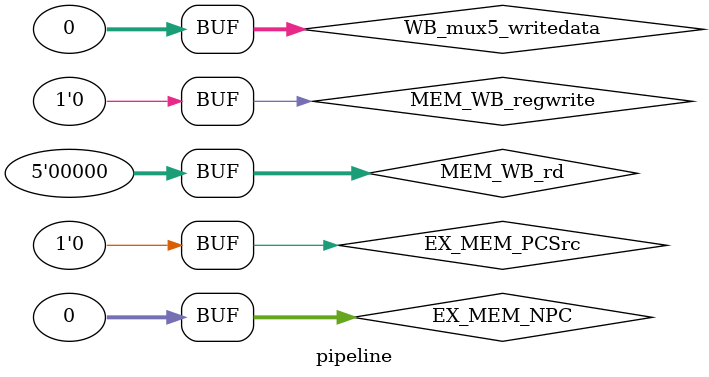
<source format=v>

`timescale 1ns / 1ps

module pipeline ();

    wire    [31:0]      IF_ID_instr, IF_ID_npc;
    reg                 EX_MEM_PCSrc;
    reg     [31:0]      EX_MEM_NPC;
    reg     [31:0]      IF_ID_instrout;         //input
    reg     [31:0]      IF_ID_npcout;       //input
    reg     [4:0]       MEM_WB_rd;          //input
    reg                 MEM_WB_regwrite;    //input
    reg     [31:0]      WB_mux5_writedata;  //input
    wire    [1:0]       wb_ctlout;          //output
    wire    [2:0]       m_ctlout;           //output
    wire                regdst;             //output
    wire                alusrc;             //output
    wire    [1:0]       aluop;              //output
    wire    [31:0]      npcout;             //output
    wire    [31:0]      rdata1out;          //output
    wire    [31:0]      rdata2out;          //output
    wire    [31:0]      s_extendout;        //output
    wire    [4:0]       instrout_2016;      //output
    wire    [4:0]       instrout_1511;       //output
    wire    [31:0]      addr;     
    wire    [31:0]      mux_out;

   I_FETCH I_FETCH1(
        .IF_ID_instr(IF_ID_instr),
        .IF_ID_npc(IF_ID_npc),
        .EX_MEM_PCSrc(EX_MEM_PCSrc),
        .EX_MEM_NPC(EX_MEM_NPC) 
    );
    
    initial begin
    EX_MEM_PCSrc <= 0;
    EX_MEM_NPC  <= 0;
    MEM_WB_rd <= 5'd0;
    WB_mux5_writedata <= 32'h00000000;
    MEM_WB_regwrite <= 1'b0;
    end
    
IDECODE IDECODE_inst(
    .IF_ID_instrout(IF_ID_instr),            //input        wire    [31:0]  
    .IF_ID_npcout(IF_ID_npc),                //input        wire    [31:0]  
    .MEM_WB_rd(MEM_WB_rd),                   //input        wire    [4:0]   
    .MEM_WB_regwrite(MEM_WB_regwrite),       //input        wire            
    .WB_mux5_writedata(WB_mux5_writedata),   //input        wire    [31:0]  
    .wb_ctlout(wb_ctlout),                   //output       wire    [1:0]   
    .m_ctlout(m_ctlout),                     //output       wire    [2:0]   
    .regdst(regdst),                         //output       wire            
    .alusrc(alusrc),                         //output       wire            
    .aluop(aluop),                           //output       wire    [1:0]   
    .npcout(npcout),                         //output       wire    [31:0]  
    .rdata1out(rdata1out),                   //output       wire    [31:0]  
    .rdata2out(rdata2out),                   //output       wire    [31:0]  
    .s_extendout(s_extendout),               //output       wire    [31:0]  
    .instrout_2016(instrout_2016),           //output       wire    [4:0]   
    .instrout_1511(instrout_1511)            //output       wire    [4:0]   
);
   
   EXECUTE EXECUTE_inst(
    .wb_ctl(wb_ctlout),            //   input       wire    [1:0]   
    .m_ctl(m_ctlout),              //   input       wire    [2:0]   
    .regdst(regdst),             // input       wire            
    .alusrc(alusrc),             // input       wire            
    .aluop(aluop),              //  input       wire    [1:0]   
    .npcout(npcout),             // input       wire    [31:0]  
    .rdata1(rdata1out),             //  input       wire    [31:0]  
    .rdata2(rdata2out),             //  input       wire    [31:0]  
    .s_extendout(s_extendout),        //    input       wire    [31:0]  
    .instrout_2016(instrout_2016),      //  input       wire    [4:0]   
    .instrout_1511(instrout_1511),      //  input       wire    [4:0]   
    .wb_ctlout(),          //   output      wire    [1:0]   
    .branch(),             //   output      wire            
    .memread(),            //   output      wire            
    .memwrite(),           //   output      wire            
    .EX_MEM_NPC(),         //   output      wire    [31:0]  
    .zero(),               //   output      wire            
    .alu_result(),         //   output      wire    [31:0]  
    .rdata2out(),          //   output      wire    [31:0]  
    .five_bit_muxout()     //   output      wire    [4:0]   
    );
   
// Here you will add I_DECODE.  You will have to declare wires to make 
// the connections between the I_FETCH and I_DECODE modules

endmodule // pipeline






</source>
